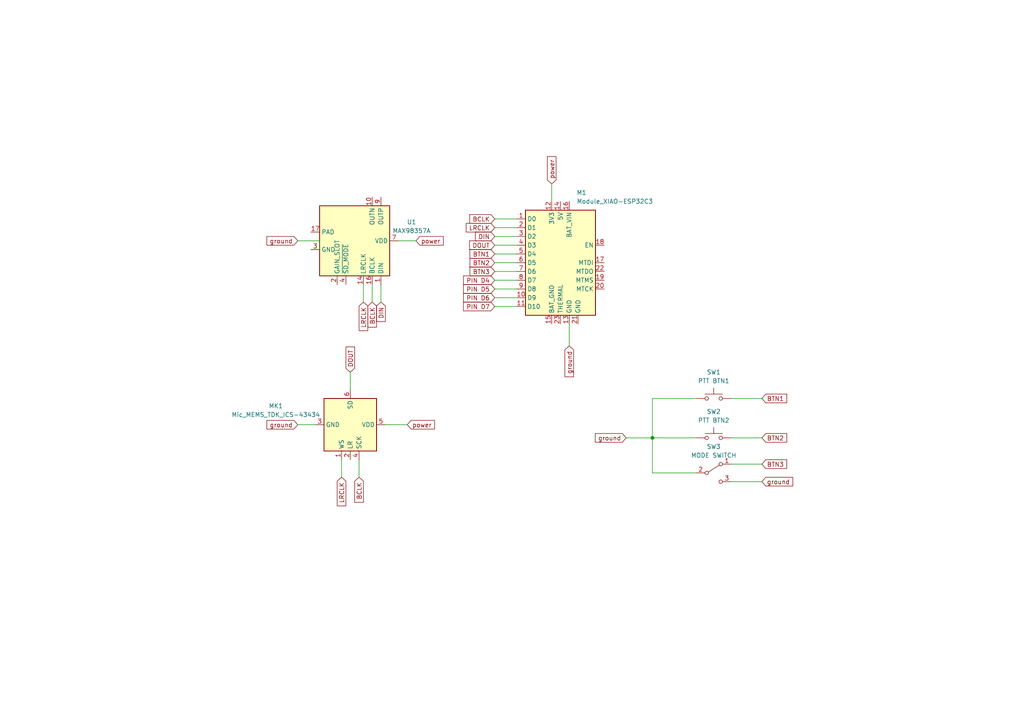
<source format=kicad_sch>
(kicad_sch (version 20250114) (generator "eeschema") (generator_version "9.0")
  (paper "A4")
  (lib_symbols
    (symbol "Audio:MAX98357A"
      (property "Reference" "U" (at -8.89 11.43 0))
      (property "Value" "MAX98357A" (at 10.16 11.43 0))
      (symbol "MAX98357A_1_1"
        (rectangle (start -10.16 10.16) (end 10.16 -10.16) (stroke (width 0.254)) (fill (type background)))
        (pin input line (at -12.7 7.62 0) (length 2.54) (name "DIN") (number "1"))
        (pin input line (at -12.7 5.08 0) (length 2.54) (name "BCLK") (number "16"))
        (pin input line (at -12.7 2.54 0) (length 2.54) (name "LRCLK") (number "14"))
        (pin input line (at -12.7 -2.54 0) (length 2.54) (name "~{SD_MODE}") (number "4"))
        (pin passive line (at -12.7 -5.08 0) (length 2.54) (name "GAIN_SLOT") (number "2"))
        (pin passive line (at -2.54 -12.7 90) (length 2.54) (hide yes) (name "GND") (number "11"))
        (pin passive line (at -2.54 -12.7 90) (length 2.54) (hide yes) (name "GND") (number "15"))
        (pin power_in line (at -2.54 -12.7 90) (length 2.54) (name "GND") (number "3"))
        (pin power_in line (at 0 12.7 270) (length 2.54) (name "VDD") (number "7"))
        (pin passive line (at 0 12.7 270) (length 2.54) (hide yes) (name "VDD") (number "8"))
        (pin unspecified line (at 2.54 -12.7 90) (length 2.54) (name "PAD") (number "17"))
        (pin no_connect line (at 10.16 2.54 180) (length 2.54) (hide yes) (name "NC") (number "5"))
        (pin no_connect line (at 10.16 0 180) (length 2.54) (hide yes) (name "NC") (number "6"))
        (pin no_connect line (at 10.16 -5.08 180) (length 2.54) (hide yes) (name "NC") (number "12"))
        (pin no_connect line (at 10.16 -7.62 180) (length 2.54) (hide yes) (name "NC") (number "13"))
        (pin output line (at 12.7 7.62 180) (length 2.54) (name "OUTP") (number "9"))
        (pin output line (at 12.7 5.08 180) (length 2.54) (name "OUTN") (number "10"))
      )
    )
    (symbol "fab:Mic_MEMS_TDK_ICS-43434"
      (property "Reference" "MK" (at 1.27 12.192 0))
      (property "Value" "Mic_MEMS_TDK_ICS-43434" (at 1.27 9.652 0))
      (symbol "Mic_MEMS_TDK_ICS-43434_0_1"
        (rectangle (start -7.62 7.62) (end 7.62 -7.62) (stroke (width 0.254)) (fill (type background)))
      )
      (symbol "Mic_MEMS_TDK_ICS-43434_1_1"
        (pin input line (at -10.16 2.54 0) (length 2.54) (name "SCK") (number "4"))
        (pin input line (at -10.16 0 0) (length 2.54) (name "LR") (number "2"))
        (pin input line (at -10.16 -2.54 0) (length 2.54) (name "WS") (number "1"))
        (pin power_in line (at 0 10.16 270) (length 2.54) (name "VDD") (number "5"))
        (pin power_in line (at 0 -10.16 90) (length 2.54) (name "GND") (number "3"))
        (pin output line (at 10.16 0 180) (length 2.54) (name "SD") (number "6"))
      )
    )
    (symbol "fab:Module_XIAO-ESP32C3"
      (property "Reference" "M" (at -10.16 16.51 0))
      (property "Value" "Module_XIAO-ESP32C3" (at 3.81 16.51 0))
      (symbol "Module_XIAO-ESP32C3_1_1"
        (rectangle (start -10.16 15.24) (end 10.16 -15.24) (stroke (width 0.254)) (fill (type background)))
        (pin bidirectional line (at -12.7 12.7 0) (length 2.54) (name "D0") (number "1"))
        (pin bidirectional line (at -12.7 10.16 0) (length 2.54) (name "D1") (number "2"))
        (pin bidirectional line (at -12.7 7.62 0) (length 2.54) (name "D2") (number "3"))
        (pin bidirectional line (at -12.7 5.08 0) (length 2.54) (name "D3") (number "4"))
        (pin bidirectional line (at -12.7 2.54 0) (length 2.54) (name "D4") (number "5"))
        (pin bidirectional line (at -12.7 0 0) (length 2.54) (name "D5") (number "6"))
        (pin bidirectional line (at -12.7 -2.54 0) (length 2.54) (name "D6") (number "7"))
        (pin bidirectional line (at -12.7 -5.08 0) (length 2.54) (name "D7") (number "8"))
        (pin bidirectional line (at -12.7 -7.62 0) (length 2.54) (name "D8") (number "9"))
        (pin bidirectional line (at -12.7 -10.16 0) (length 2.54) (name "D9") (number "10"))
        (pin bidirectional line (at -12.7 -12.7 0) (length 2.54) (name "D10") (number "11"))
        (pin power_in line (at -2.54 17.78 270) (length 2.54) (name "3V3") (number "12"))
        (pin power_in line (at -2.54 -17.78 90) (length 2.54) (name "BAT_GND") (number "15"))
        (pin power_in line (at 0 17.78 270) (length 2.54) (name "5V") (number "14"))
        (pin power_in line (at 0 -17.78 90) (length 2.54) (name "THERMAL") (number "23"))
        (pin power_in line (at 2.54 17.78 270) (length 2.54) (name "BAT_VIN") (number "16"))
        (pin power_in line (at 2.54 -17.78 90) (length 2.54) (name "GND") (number "13"))
        (pin power_in line (at 5.08 -17.78 90) (length 2.54) (name "GND") (number "21"))
        (pin input line (at 12.7 5.08 180) (length 2.54) (name "EN") (number "18"))
        (pin input line (at 12.7 0 180) (length 2.54) (name "MTDI") (number "17"))
        (pin output line (at 12.7 -2.54 180) (length 2.54) (name "MTDO") (number "22"))
        (pin input line (at 12.7 -5.08 180) (length 2.54) (name "MTMS") (number "19"))
        (pin input line (at 12.7 -7.62 180) (length 2.54) (name "MTCK") (number "20"))
      )
    )
    (symbol "fab:Switch_Slide_Top_CnK" (pin_names (offset 0) (hide yes))
      (property "Reference" "SW" (at 0 4.318 0))
      (property "Value" "Switch_Slide_Top_CnK" (at 0 -5.08 0))
      (symbol "Switch_Slide_Top_CnK_0_0"
        (circle (center -2.032 0) (radius 0.508))
        (circle (center 2.032 -2.54) (radius 0.508))
      )
      (symbol "Switch_Slide_Top_CnK_0_1"
        (polyline (pts (xy -1.524 0.254) (xy 1.651 2.286)))
        (circle (center 2.032 2.54) (radius 0.508))
      )
      (symbol "Switch_Slide_Top_CnK_1_1"
        (pin passive line (at -5.08 0 0) (length 2.54) (name "B") (number "2"))
        (pin passive line (at 5.08 2.54 180) (length 2.54) (name "A") (number "1"))
        (pin passive line (at 5.08 -2.54 180) (length 2.54) (name "C") (number "3"))
      )
    )
    (symbol "fab:Switch_Tactile_CnK" (pin_numbers (hide yes)) (pin_names (offset 1.016) (hide yes))
      (property "Reference" "SW" (at 1.27 3.81 0))
      (property "Value" "Switch_Tactile_CnK" (at 0 0 0))
      (symbol "Switch_Tactile_CnK_0_1"
        (circle (center -2.032 0) (radius 0.508))
        (polyline (pts (xy 0 1.27) (xy 0 3.048)))
        (circle (center 2.032 0) (radius 0.508))
        (polyline (pts (xy 2.54 1.27) (xy -2.54 1.27)))
        (pin passive line (at -5.08 0 0) (length 2.54) (name "1") (number "1"))
        (pin passive line (at 5.08 0 180) (length 2.54) (name "2") (number "2"))
      )
    )
  )
  (junction (at 189.23 127))
  (wire (pts (xy 143.51 71.12) (xy 149.86 71.12)))
  (wire (pts (xy 212.09 139.7) (xy 220.98 139.7)))
  (wire (pts (xy 92.71 72.39) (xy 92.71 69.85)))
  (wire (pts (xy 143.51 81.28) (xy 149.86 81.28)))
  (wire (pts (xy 165.1 93.98) (xy 165.1 100.33)))
  (wire (pts (xy 107.95 82.55) (xy 107.95 87.63)))
  (wire (pts (xy 86.36 123.19) (xy 91.44 123.19)))
  (wire (pts (xy 110.49 82.55) (xy 110.49 87.63)))
  (wire (pts (xy 189.23 137.16) (xy 201.93 137.16)))
  (wire (pts (xy 212.09 127) (xy 220.98 127)))
  (wire (pts (xy 189.23 127) (xy 189.23 137.16)))
  (wire (pts (xy 143.51 73.66) (xy 149.86 73.66)))
  (wire (pts (xy 189.23 115.57) (xy 201.93 115.57)))
  (wire (pts (xy 212.09 134.62) (xy 220.98 134.62)))
  (wire (pts (xy 189.23 127) (xy 189.23 115.57)))
  (wire (pts (xy 99.06 133.35) (xy 99.06 138.43)))
  (wire (pts (xy 189.23 127) (xy 201.93 127)))
  (wire (pts (xy 143.51 68.58) (xy 149.86 68.58)))
  (wire (pts (xy 143.51 78.74) (xy 149.86 78.74)))
  (wire (pts (xy 143.51 76.2) (xy 149.86 76.2)))
  (wire (pts (xy 160.02 53.34) (xy 160.02 58.42)))
  (wire (pts (xy 181.61 127) (xy 189.23 127)))
  (wire (pts (xy 105.41 82.55) (xy 105.41 87.63)))
  (wire (pts (xy 104.14 133.35) (xy 104.14 138.43)))
  (wire (pts (xy 212.09 115.57) (xy 220.98 115.57)))
  (wire (pts (xy 101.6 107.95) (xy 101.6 113.03)))
  (wire (pts (xy 143.51 86.36) (xy 149.86 86.36)))
  (wire (pts (xy 143.51 83.82) (xy 149.86 83.82)))
  (wire (pts (xy 92.71 72.39) (xy 90.17 72.39)))
  (wire (pts (xy 111.76 123.19) (xy 118.11 123.19)))
  (wire (pts (xy 115.57 69.85) (xy 120.65 69.85)))
  (wire (pts (xy 143.51 88.9) (xy 149.86 88.9)))
  (wire (pts (xy 92.71 69.85) (xy 86.36 69.85)))
  (wire (pts (xy 143.51 66.04) (xy 149.86 66.04)))
  (wire (pts (xy 143.51 63.5) (xy 149.86 63.5)))
  (global_label "BCLK" (shape input) (at 143.51 63.5 180) (property "Intersheetrefs" "${INTERSHEET_REFS}" (effects (hide yes))))
  (global_label "BTN2" (shape input) (at 143.51 76.2 180) (property "Intersheetrefs" "${INTERSHEET_REFS}" (effects (hide yes))))
  (global_label "power" (shape input) (at 160.02 53.34 90) (property "Intersheetrefs" "${INTERSHEET_REFS}" (effects (hide yes))))
  (global_label "PIN D5" (shape input) (at 143.51 83.82 180) (property "Intersheetrefs" "${INTERSHEET_REFS}" (effects (hide yes))))
  (global_label "PIN D4" (shape input) (at 143.51 81.28 180) (property "Intersheetrefs" "${INTERSHEET_REFS}" (effects (hide yes))))
  (global_label "BTN3" (shape input) (at 143.51 78.74 180) (property "Intersheetrefs" "${INTERSHEET_REFS}" (effects (hide yes))))
  (global_label "LRCLK" (shape input) (at 99.06 138.43 270) (property "Intersheetrefs" "${INTERSHEET_REFS}" (effects (hide yes))))
  (global_label "BTN3" (shape input) (at 220.98 134.62 0) (property "Intersheetrefs" "${INTERSHEET_REFS}" (effects (hide yes))))
  (global_label "PIN D7" (shape input) (at 143.51 88.9 180) (property "Intersheetrefs" "${INTERSHEET_REFS}" (effects (hide yes))))
  (global_label "LRCLK" (shape input) (at 143.51 66.04 180) (property "Intersheetrefs" "${INTERSHEET_REFS}" (effects (hide yes))))
  (global_label "DIN" (shape input) (at 143.51 68.58 180) (property "Intersheetrefs" "${INTERSHEET_REFS}" (effects (hide yes))))
  (global_label "ground" (shape input) (at 220.98 139.7 0) (property "Intersheetrefs" "${INTERSHEET_REFS}" (effects (hide yes))))
  (global_label "ground" (shape input) (at 86.36 69.85 180) (property "Intersheetrefs" "${INTERSHEET_REFS}" (effects (hide yes))))
  (global_label "power" (shape input) (at 118.11 123.19 0) (property "Intersheetrefs" "${INTERSHEET_REFS}" (effects (hide yes))))
  (global_label "BCLK" (shape input) (at 104.14 138.43 270) (property "Intersheetrefs" "${INTERSHEET_REFS}" (effects (hide yes))))
  (global_label "PIN D6" (shape input) (at 143.51 86.36 180) (property "Intersheetrefs" "${INTERSHEET_REFS}" (effects (hide yes))))
  (global_label "BTN2" (shape input) (at 220.98 127 0) (property "Intersheetrefs" "${INTERSHEET_REFS}" (effects (hide yes))))
  (global_label "BTN1" (shape input) (at 143.51 73.66 180) (property "Intersheetrefs" "${INTERSHEET_REFS}" (effects (hide yes))))
  (global_label "DIN" (shape input) (at 110.49 87.63 270) (property "Intersheetrefs" "${INTERSHEET_REFS}" (effects (hide yes))))
  (global_label "DOUT" (shape input) (at 101.6 107.95 90) (property "Intersheetrefs" "${INTERSHEET_REFS}" (effects (hide yes))))
  (global_label "power" (shape input) (at 120.65 69.85 0) (property "Intersheetrefs" "${INTERSHEET_REFS}" (effects (hide yes))))
  (global_label "BCLK" (shape input) (at 107.95 87.63 270) (property "Intersheetrefs" "${INTERSHEET_REFS}" (effects (hide yes))))
  (global_label "ground" (shape input) (at 181.61 127 180) (property "Intersheetrefs" "${INTERSHEET_REFS}" (effects (hide yes))))
  (global_label "BTN1" (shape input) (at 220.98 115.57 0) (property "Intersheetrefs" "${INTERSHEET_REFS}" (effects (hide yes))))
  (global_label "ground" (shape input) (at 165.1 100.33 270) (property "Intersheetrefs" "${INTERSHEET_REFS}" (effects (hide yes))))
  (global_label "LRCLK" (shape input) (at 105.41 87.63 270) (property "Intersheetrefs" "${INTERSHEET_REFS}" (effects (hide yes))))
  (global_label "ground" (shape input) (at 86.36 123.19 180) (property "Intersheetrefs" "${INTERSHEET_REFS}" (effects (hide yes))))
  (global_label "DOUT" (shape input) (at 143.51 71.12 180) (property "Intersheetrefs" "${INTERSHEET_REFS}" (effects (hide yes))))
  (symbol (lib_id "fab:Switch_Tactile_CnK") (at 207.01 115.57 0) (unit 1)
    (property "Reference" "SW1" (at 207.01 107.95 0))
    (property "Value" "PTT BTN1" (at 207.01 110.49 0))
    (property "Footprint" "fab:Button_CnK_PTS636.0_6x3.5mm" (effects (hide yes)))
    (property "Datasheet" "https://www.ckswitches.com/media/2779/pts636.pdf" (effects (hide yes)))
    (property "Description" "Push button switch, C&K PTS636 SM25F SMTR LFS, Tactile Switch SPST-NO Top Actuated Surface Mount" (effects (hide yes)))
  )
  (symbol (lib_id "fab:Switch_Slide_Top_CnK") (at 207.01 137.16 0) (unit 1)
    (property "Reference" "SW3" (at 207.01 129.54 0))
    (property "Value" "MODE SWITCH" (at 207.01 132.08 0))
    (property "Footprint" "fab:Switch_Slide_RightAngle_CnK_AYZ0102AGRLC_7.2x3mm" (effects (hide yes)))
    (property "Datasheet" "https://www.ckswitches.com/media/1422/js.pdf" (effects (hide yes)))
    (property "Description" "Slide Switch SPDT Surface Mount" (effects (hide yes)))
  )
  (symbol (lib_id "fab:Mic_MEMS_TDK_ICS-43434") (at 101.6 123.19 270) (mirror x) (unit 1)
    (property "Reference" "MK1" (at 80.01 117.7446 90))
    (property "Value" "Mic_MEMS_TDK_ICS-43434" (at 80.01 120.2846 90))
    (property "Footprint" "fab:Mic_MEMS_TDK_ICS-43434" (effects (hide yes)))
    (property "Datasheet" "https://www.digikey.com/en/products/detail/tdk-invensense/ICS-43434/6140298" (effects (hide yes)))
    (property "Description" "Digital Microphone MEMS (Silicon), 1.62V ~ 3.6V, 20Hz ~ 10kHz, Knowles SPH0645LM4H-B" (effects (hide yes)))
  )
  (symbol (lib_id "fab:Module_XIAO-ESP32C3") (at 162.56 76.2 0) (unit 1)
    (property "Reference" "M1" (at 167.2433 55.88 0) (effects (justify left)))
    (property "Value" "Module_XIAO-ESP32C3" (at 167.2433 58.42 0) (effects (justify left)))
    (property "Footprint" "fab:SeeedStudio_XIAO_ESP32C3" (effects (hide yes)))
    (property "Datasheet" "https://wiki.seeedstudio.com/XIAO_ESP32C3_Getting_Started/" (effects (hide yes)))
    (property "Description" "ESP32-C3 Transceiver; 802.11 a/b/g/n (Wi-Fi, WiFi, WLAN), Bluetooth® Smart 4.x Low Energy (BLE) 2.4GHz Evaluation Board" (effects (hide yes)))
  )
  (symbol (lib_id "Audio:MAX98357A") (at 102.87 69.85 270) (mirror x) (unit 1)
    (property "Reference" "U1" (at 119.38 64.4046 90))
    (property "Value" "MAX98357A" (at 119.38 66.9446 90))
    (property "Footprint" "Package_DFN_QFN:TQFN-16-1EP_3x3mm_P0.5mm_EP1.23x1.23mm" (effects (hide yes)))
    (property "Datasheet" "https://www.analog.com/media/en/technical-documentation/data-sheets/MAX98357A-MAX98357B.pdf" (effects (hide yes)))
    (property "Description" "Mono DAC with amplifier, I2S, PCM, TDM, 32-bit, 96khz, 3.2W, TQFP-16" (effects (hide yes)))
  )
  (symbol (lib_id "fab:Switch_Tactile_CnK") (at 207.01 127 0) (unit 1)
    (property "Reference" "SW2" (at 207.01 119.38 0))
    (property "Value" "PTT BTN2" (at 207.01 121.92 0))
    (property "Footprint" "fab:Button_CnK_PTS636.0_6x3.5mm" (effects (hide yes)))
    (property "Datasheet" "https://www.ckswitches.com/media/2779/pts636.pdf" (effects (hide yes)))
    (property "Description" "Push button switch, C&K PTS636 SM25F SMTR LFS, Tactile Switch SPST-NO Top Actuated Surface Mount" (effects (hide yes)))
  )
)
</source>
